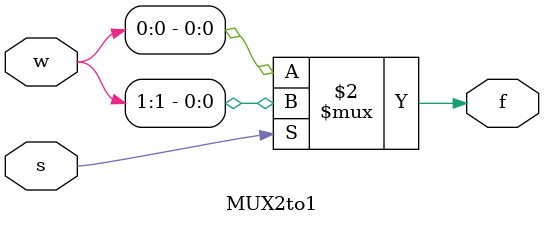
<source format=v>
module MUX2to1_XOR(s,f);

input [1:0]s;

output f;

MUX2to1 MUX2to1xor({s[0] , ~(s[0])},s[1],f);

endmodule



module MUX2to1(w,s,f);

input [0:1]w;
input s;
output reg f;

always @(*) begin
    f = s?w[1]:w[0];
end
endmodule


</source>
